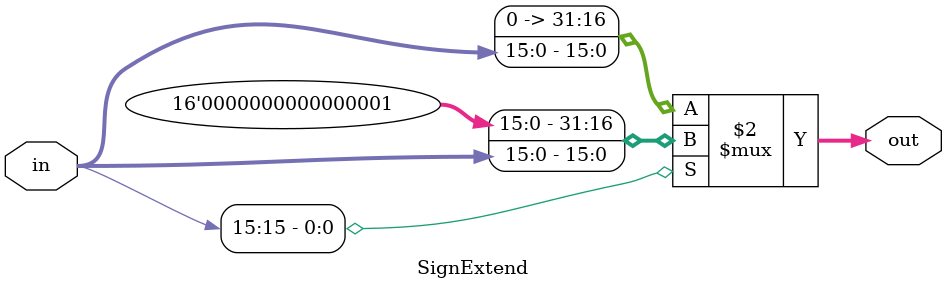
<source format=v>
`timescale 1ns / 1ps


module SignExtend(
    input [15:0] in,
    output reg [31:0] out
    );
    always@(*)begin
        out = (in[15])? {16'b1, in}: {16'b0, in};
    end    
endmodule

</source>
